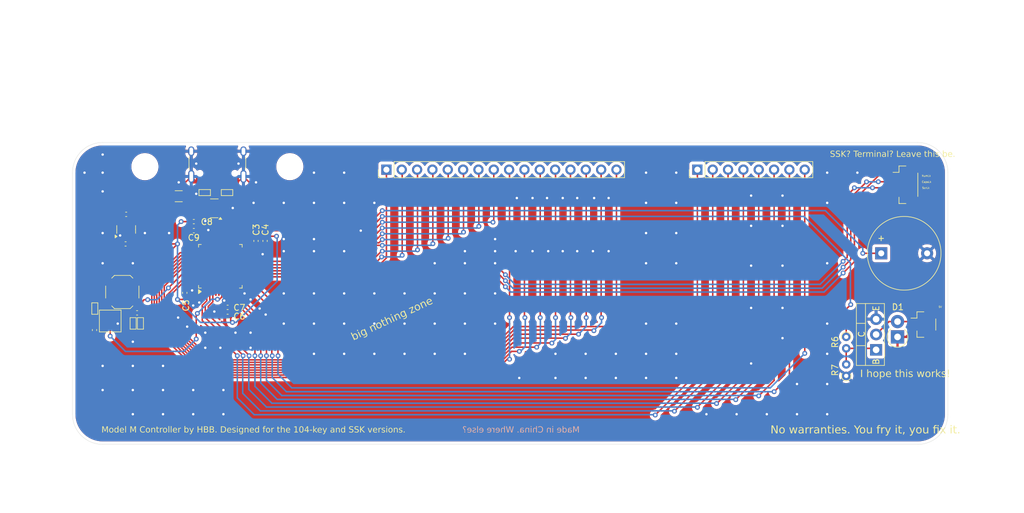
<source format=kicad_pcb>
(kicad_pcb (version 20240108) (generator "pcbnew") (generator_version "8.0")
  (layers (0 "F.Cu" signal) (31 "B.Cu" signal) (34 "B.Paste" user) (35 "F.Paste" user) (36 "B.SilkS" user "B.Silkscreen") (37 "F.SilkS" user "F.Silkscreen") (38 "B.Mask" user) (39 "F.Mask" user) (44 "Edge.Cuts" user))
  (net 0 "")
  (net 1 "Net-(Q1-G)")
  (net 2 "BOOT0")
  (net 3 "+5V")
  (net 4 "GND")
  (net 5 "+3V3")
  (net 6 "NRST")
  (net 7 "Net-(D1-A)")
  (net 8 "D-")
  (net 9 "D+")
  (net 10 "Net-(F1-Pad1)")
  (net 12 "Net-(J1-CC2)")
  (net 13 "Net-(J1-CC1)")
  (net 15 "Col6")
  (net 16 "Col5")
  (net 17 "Col3")
  (net 18 "Col9")
  (net 19 "Col10")
  (net 20 "Col16")
  (net 21 "Col4")
  (net 22 "Col8")
  (net 23 "Col1")
  (net 24 "Col2")
  (net 25 "Col7")
  (net 26 "Col14")
  (net 27 "Col11")
  (net 28 "Col12")
  (net 29 "Col13")
  (net 30 "Col15")
  (net 31 "Row5")
  (net 32 "Row8")
  (net 33 "Row4")
  (net 34 "Row7")
  (net 35 "Row3")
  (net 36 "Row6")
  (net 37 "Row2")
  (net 38 "Row1")
  (net 39 "ScrLk")
  (net 40 "NumLk")
  (net 41 "CapsLk")
  (net 42 "Net-(Q2-B)")
  (net 43 "SOLENOID")
  (net 47 "BUZZER")
  (footprint "Buzzer_Beeper:Buzzer_12x9.5RM7.6" (layer "F.Cu") (at 190.45 94.85)
    (property "Reference" "BZ1" (hide yes))
    (property "Value" "Buzzer" (hide yes))
  )
  (footprint "Diode_THT:D_DO-41_SOD81_P2.54mm_Vertical_AnodeUp" (layer "F.Cu") (at 193.15 108.7 90)
    (property "Reference" "D1")
    (property "Value" "~" (hide yes))
  )
  (footprint "PCM_Package_TO_SOT_THT_AKL:TO-220-3_Vertical_BCE" (layer "F.Cu") (at 189.6 110.84 90)
    (property "Reference" "Q2" (hide yes))
    (property "Value" "~" (hide yes))
  )
  (footprint "Package_QFP:LQFP-48_7x7mm_P0.5mm" (layer "F.Cu") (at 81 97 90)
    (property "Reference" "U2" (hide yes))
    (property "Value" "STM32F072CBT6" (hide yes))
  )
  (footprint "PCM_Resistor_SMD_AKL:R_0402_1005Metric" (layer "F.Cu") (at 67.755 106.465 90)
    (property "Reference" "R3" (hide yes))
    (property "Value" "10K" (hide yes))
  )
  (footprint "Capacitor_SMD:C_0402_1005Metric" (layer "F.Cu") (at 82.2 105.305)
    (property "Reference" "C6")
    (property "Value" "4.7uf" (hide yes))
  )
  (footprint "Connector_JST:JST_SH_BM04B-SRSS-TB_1x04-1MP_P1.00mm_Vertical" (layer "F.Cu") (at 194.5 83.5 -90)
    (property "Reference" "J4" (hide yes))
    (property "Value" "JST SH 4-pin" (hide yes))
  )
  (footprint "Connector_JST:JST_SH_BM02B-SRSS-TB_1x02-1MP_P1.00mm_Vertical" (layer "F.Cu") (at 197.475 106.65 -90)
    (property "Reference" "J5" (hide yes))
    (property "Value" "JST SH 2-pin" (hide yes))
  )
  (footprint "Fuse:Fuse_1206_3216Metric" (layer "F.Cu") (at 74.1 85.4 180)
    (property "Reference" "F1" (hide yes))
    (property "Value" "ASMD1206-050" (hide yes))
  )
  (footprint "PCM_Resistor_SMD_AKL:R_0402_1005Metric" (layer "F.Cu") (at 78.4 84.8 180)
    (property "Reference" "R2" (hide yes))
    (property "Value" "5.1K" (hide yes))
  )
  (footprint "Button_Switch_SMD:SW_Push_1P1T_XKB_TS-1187A" (layer "F.Cu") (at 64.755 101.265)
    (property "Reference" "SW1" (hide yes))
    (property "Value" "TS-1187A-B-A-B" (hide yes))
  )
  (footprint "Capacitor_SMD:C_0402_1005Metric" (layer "F.Cu") (at 76.6 91.1 180)
    (property "Reference" "C9")
    (property "Value" "100nF" (hide yes))
  )
  (footprint "Capacitor_SMD:C_0402_1005Metric" (layer "F.Cu") (at 67.205 104.715)
    (property "Reference" "C1" (hide yes))
    (property "Value" "10uF" (hide yes))
  )
  (footprint "Capacitor_SMD:C_0402_1005Metric" (layer "F.Cu") (at 76.6 89.6 180)
    (property "Reference" "C8")
    (property "Value" "4.7uf" (hide yes))
  )
  (footprint "Capacitor_SMD:C_0402_1005Metric" (layer "F.Cu") (at 60.155 107.565 -90)
    (property "Reference" "C2" (hide yes))
    (property "Value" "1uF" (hide yes))
  )
  (footprint "Capacitor_SMD:C_0402_1005Metric" (layer "F.Cu") (at 86.9 92.8 90)
    (property "Reference" "C3")
    (property "Value" "4.7uF" (hide yes))
  )
  (footprint "Capacitor_SMD:C_0402_1005Metric" (layer "F.Cu") (at 65.4 88.4 180)
    (property "Reference" "C11" (hide yes))
    (property "Value" "1uF" (hide yes))
  )
  (footprint "Resistor_THT:R_Axial_DIN0204_L3.6mm_D1.6mm_P1.90mm_Vertical" (layer "F.Cu") (at 184.65 115.155 90)
    (property "Reference" "R7")
    (property "Value" "~" (hide yes))
  )
  (footprint "Capacitor_SMD:C_0402_1005Metric" (layer "F.Cu") (at 75.1 101.4 -90)
    (property "Reference" "C5")
    (property "Value" "100nF" (hide yes))
  )
  (footprint "Resistor_THT:R_Axial_DIN0204_L3.6mm_D1.6mm_P1.90mm_Vertical" (layer "F.Cu") (at 184.65 108.695 -90)
    (property "Reference" "R6")
    (property "Value" "~" (hide yes))
  )
  (footprint "PCM_Package_TO_SOT_SMD_AKL:SOT-23" (layer "F.Cu") (at 62.755 106.065 -90)
    (property "Reference" "Q1" (hide yes))
    (property "Value" "2N7002" (hide yes))
  )
  (footprint "Capacitor_SMD:C_0402_1005Metric" (layer "F.Cu") (at 88.4 92.8 90)
    (property "Reference" "C4")
    (property "Value" "100nF" (hide yes))
  )
  (footprint "MountingHole:MountingHole_4mm" (layer "F.Cu") (at 92.5 80.5)
    (property "Reference" "H2" (hide yes))
    (property "Value" "MountingHole" (hide yes))
  )
  (footprint "Capacitor_SMD:C_0402_1005Metric" (layer "F.Cu") (at 65.3 93.3)
    (property "Reference" "C10" (hide yes))
    (property "Value" "1uF" (hide yes))
  )
  (footprint "PCM_marbastlib-various:USB_C_Receptacle_HRO_TYPE-C-31-M-12" (layer "F.Cu") (at 80.5 79 180)
    (property "Reference" "J1" (hide yes))
    (property "Value" "USB_C_Receptacle_USB2.0_16P" (hide yes))
  )
  (footprint "PCM_Resistor_SMD_AKL:R_0402_1005Metric" (layer "F.Cu") (at 66.555 106.465 90)
    (property "Reference" "R4" (hide yes))
    (property "Value" "100K" (hide yes))
  )
  (footprint "PCM_Resistor_SMD_AKL:R_0402_1005Metric" (layer "F.Cu") (at 82.1 84.8)
    (property "Reference" "R1" (hide yes))
    (property "Value" "5.1K" (hide yes))
  )
  (footprint "PCM_Resistor_SMD_AKL:R_0402_1005Metric" (layer "F.Cu") (at 60.2 104 90)
    (property "Reference" "R5" (hide yes))
    (property "Value" "33K" (hide yes))
  )
  (footprint "Package_TO_SOT_SMD:SOT-23" (layer "F.Cu") (at 65.4 90.9 90)
    (property "Reference" "U1" (hide yes))
    (property "Value" "XC6206P332MR" (hide yes))
  )
  (footprint "MountingHole:MountingHole_4mm" (layer "F.Cu") (at 68.5 80.5)
    (property "Reference" "H1" (hide yes))
    (property "Value" "MountingHole" (hide yes))
  )
  (footprint "Capacitor_SMD:C_0402_1005Metric" (layer "F.Cu") (at 82.2 103.805)
    (property "Reference" "C7")
    (property "Value" "100nF" (hide yes))
  )
  (footprint "Connector_PinHeader_2.54mm:PinHeader_1x16_P2.54mm_Vertical" (layer "F.Cu") (at 108.5 81 90)
    (property "Reference" "J2" (hide yes))
    (property "Value" "Conn_01x16_Socket" (hide yes))
  )
  (footprint "Package_TO_SOT_SMD:SOT-143" (layer "F.Cu") (at 80 87.4 180)
    (property "Reference" "D2" (hide yes))
    (property "Value" "PRTR5V0U2X" (hide yes))
  )
  (footprint "Connector_PinHeader_2.54mm:PinHeader_1x08_P2.54mm_Vertical" (layer "F.Cu") (at 160 81 90)
    (property "Reference" "J3" (hide yes))
    (property "Value" "Conn_01x08_Socket" (hide yes))
  )
  (gr_arc (start 196.5 76.5) (mid 200.035534 77.964466) (end 201.5 81.5) (stroke (width 0.05)) (layer "Edge.Cuts"))
  (gr_arc (start 61.5 126.5) (mid 57.964466 125.035534) (end 56.5 121.5) (stroke (width 0.05)) (layer "Edge.Cuts"))
  (gr_arc (start 56.5 81.5) (mid 57.964466 77.964466) (end 61.5 76.5) (stroke (width 0.05)) (layer "Edge.Cuts"))
  (gr_line (start 56.5 121.5) (end 56.5 81.5) (stroke (width 0.05)) (layer "Edge.Cuts"))
  (gr_arc (start 201.5 121.5) (mid 200.035534 125.035534) (end 196.5 126.5) (stroke (width 0.05)) (layer "Edge.Cuts"))
  (gr_line (start 201.5 81.5) (end 201.5 121.5) (stroke (width 0.05)) (layer "Edge.Cuts"))
  (gr_line (start 196.5 126.5) (end 61.5 126.5) (stroke (width 0.05)) (layer "Edge.Cuts"))
  (gr_line (start 61.5 76.5) (end 196.5 76.5) (stroke (width 0.05)) (layer "Edge.Cuts"))
  (gr_text "Made in China. Where else?" (at 140.5 124.7 0) (layer "B.SilkS") (effects (font (size 1 1) (thickness 0.1)) (justify left bottom mirror)))
  (gr_text "CapsLk" (at 197.15 83.2 0) (layer "F.SilkS") (effects (font (size 0.3 0.3) (thickness 0.05)) (justify left bottom)))
  (gr_text "NumLk" (at 197.15 82.2 0) (layer "F.SilkS") (effects (font (size 0.3 0.3) (thickness 0.05)) (justify left bottom)))
  (gr_text "5V" (at 199.925 103.9 0) (layer "F.SilkS") (effects (font (size 0.3 0.3) (thickness 0.05)) (justify left bottom)))
  (gr_text "SSK? Terminal? Leave this be.\n" (at 181.95 79.05 0) (layer "F.SilkS") (effects (font (size 1 1) (thickness 0.1)) (justify left bottom)))
  (gr_text "Model M Controller by HBB. Designed for the 104-key and SSK versions." (at 61.3 124.7 0) (layer "F.SilkS") (effects (font (size 1 1) (thickness 0.1)) (justify left bottom)))
  (gr_text "ScrLk" (at 197.2 84.2 0) (layer "F.SilkS") (effects (font (size 0.3 0.3) (thickness 0.05)) (justify left bottom)))
  (gr_text "No warranties. You fry it, you fix it." (at 172.1 124.9 0) (layer "F.SilkS") (effects (font (size 1.3 1.3) (thickness 0.1)) (justify left bottom)))
  (gr_text "big nothing zone" (at 103.1 109.5 25) (layer "F.SilkS") (effects (font (size 1.25 1.25) (thickness 0.1)) (justify left bottom)))
  (gr_text "I hope this works!" (at 186.95 115.55 0) (layer "F.SilkS") (effects (font (size 1.2 1.2) (thickness 0.1)) (justify left bottom)))
  (segment (start 63.705 105.065) (end 64.605 105.965) (width 0.254) (layer "F.Cu") (net 1))
  (segment (start 64.605 105.965) (end 66.545001 105.965) (width 0.254) (layer "F.Cu") (net 1))
  (segment (start 66.725 105.785001) (end 66.555 105.955001) (width 0.254) (layer "F.Cu") (net 1))
  (segment (start 66.725 104.715) (end 66.725 105.785001) (width 0.254) (layer "F.Cu") (net 1))
  (segment (start 76.8375 97.75) (end 75.221122 97.75) (width 0.254) (layer "F.Cu") (net 2))
  (segment (start 68.36 102.535) (end 67.755 103.14) (width 0.254) (layer "F.Cu") (net 2))
  (segment (start 75.221122 97.75) (end 72.386336 100.584786) (width 0.254) (layer "F.Cu") (net 2))
  (segment (start 67.685 104.715) (end 67.685 105.885001) (width 0.254) (layer "F.Cu") (net 2))
  (segment (start 61.755 103.14) (end 67.755 103.14) (width 0.254) (layer "F.Cu") (net 2))
  (segment (start 68.956336 102.535) (end 68.36 102.535) (width 0.254) (layer "F.Cu") (net 2))
  (segment (start 67.755 103.14) (end 67.755 104.645) (width 0.254) (layer "F.Cu") (net 2))
  (via (at 72.386336 100.584786) (size 0.8) (drill 0.4) (layers "F.Cu" "B.Cu") (net 2))
  (via (at 68.956336 102.535) (size 0.8) (drill 0.4) (layers "F.Cu" "B.Cu") (net 2))
  (segment (start 70.47 102.535) (end 72.371122 100.633878) (width 0.254) (layer "B.Cu") (net 2))
  (segment (start 68.956336 102.535) (end 70.47 102.535) (width 0.254) (layer "B.Cu") (net 2))
  (segment (start 72.371122 100.633878) (end 72.371122 100.6) (width 0.254) (layer "B.Cu") (net 2))
  (segment (start 72.371122 100.6) (end 72.386336 100.584786) (width 0.254) (layer "B.Cu") (net 2))
  (segment (start 77.5 86.7) (end 79 88.2) (width 0.381) (layer "F.Cu") (net 3))
  (segment (start 64.4 124.1) (end 59.04 118.74) (width 0.381) (layer "F.Cu") (net 3))
  (segment (start 79 88.2) (end 79 88.35) (width 0.381) (layer "F.Cu") (net 3))
  (segment (start 74 86.7) (end 77.5 86.7) (width 0.381) (layer "F.Cu") (net 3))
  (segment (start 193.15 108.7) (end 193.15 117.55) (width 0.381) (layer "F.Cu") (net 3))
  (segment (start 194.6 108.7) (end 196.15 107.15) (width 0.381) (layer "F.Cu") (net 3))
  (segment (start 65.88 89.4825) (end 65.4 89.9625) (width 0.381) (layer "F.Cu") (net 3))
  (segment (start 65.88 88.4) (end 78.95 88.4) (width 0.381) (layer "F.Cu") (net 3))
  (segment (start 193.15 117.55) (end 186.6 124.1) (width 0.381) (layer "F.Cu") (net 3))
  (segment (start 193.15 108.7) (end 194.6 108.7) (width 0.381) (layer "F.Cu") (net 3))
  (segment (start 62.84 85.4) (end 72.7 85.4) (width 0.381) (layer "F.Cu") (net 3))
  (segment (start 59.04 89.2) (end 62.84 85.4) (width 0.381) (layer "F.Cu") (net 3))
  (segment (start 65.88 88.4) (end 65.88 89.4825) (width 0.381) (layer "F.Cu") (net 3))
  (segment (start 186.6 124.1) (end 64.4 124.1) (width 0.381) (layer "F.Cu") (net 3))
  (segment (start 72.7 85.4) (end 74 86.7) (width 0.381) (layer "F.Cu") (net 3))
  (segment (start 59.04 118.74) (end 59.04 89.2) (width 0.381) (layer "F.Cu") (net 3))
  (segment (start 77.2 84.8) (end 77 85) (width 0.254) (layer "F.Cu") (net 4))
  (segment (start 82.25 88.15) (end 81 88.15) (width 0.254) (layer "F.Cu") (net 4))
  (segment (start 75.1 100.175) (end 75.1 100.625) (width 0.254) (layer "F.Cu") (net 4))
  (segment (start 63.64 106.5) (end 64 106.5) (width 0.254) (layer "F.Cu") (net 4))
  (segment (start 83.905 83.045) (end 84.82 82.13) (width 0.254) (layer "F.Cu") (net 4))
  (segment (start 76.8375 99.25) (end 76.025 99.25) (width 0.254) (layer "F.Cu") (net 4))
  (segment (start 78.75 91.25) (end 78.75 92.8375) (width 0.254) (layer "F.Cu") (net 4))
  (segment (start 77.375 89.6) (end 78.4 89.6) (width 0.254) (layer "F.Cu") (net 4))
  (segment (start 77.89 84.8) (end 77.2 84.8) (width 0.254) (layer "F.Cu") (net 4))
  (segment (start 78.4 89.6) (end 78.5 89.5) (width 0.254) (layer "F.Cu") (net 4))
  (segment (start 78.9 91.1) (end 79 91) (width 0.254) (layer "F.Cu") (net 4))
  (segment (start 75.21 83.1) (end 76.18 82.13) (width 0.254) (layer "F.Cu") (net 4))
  (segment (start 81.75 101.1625) (end 81.75 102.568661) (width 0.254) (layer "F.Cu") (net 4))
  (segment (start 77.375 91.1) (end 78.9 91.1) (width 0.254) (layer "F.Cu") (net 4))
  (segment (start 74.1 83.1) (end 75.21 83.1) (width 0.254) (layer "F.Cu") (net 4))
  (segment (start 86.9 83.1) (end 85.79 83.1) (width 0.254) (layer "F.Cu") (net 4))
  (segment (start 62.205 105.065) (end 63.64 106.5) (width 0.254) (layer "F.Cu") (net 4))
  (segment (start 79 91) (end 78.75 91.25) (width 0.254) (layer "F.Cu") (net 4))
  (segment (start 75.94 100.625) (end 75.1 100.625) (width 0.254) (layer "F.Cu") (net 4))
  (segment (start 85.1625 94.75) (end 87.75 94.75) (width 0.254) (layer "F.Cu") (net 4))
  (segment (start 61.805 105.065) (end 62.205 105.065) (width 0.254) (layer "F.Cu") (net 4))
  (segment (start 85.79 83.1) (end 84.82 82.13) (width 0.254) (layer "F.Cu") (net 4))
  (segment (start 83.05 87.35) (end 82.25 88.15) (width 0.254) (layer "F.Cu") (net 4))
  (segment (start 76.315 101) (end 75.94 100.625) (width 0.254) (layer "F.Cu") (net 4))
  (segment (start 76.025 99.25) (end 75.1 100.175) (width 0.254) (layer "F.Cu") (net 4))
  (segment (start 81.75 102.568661) (end 81.637317 102.681344) (width 0.254) (layer "F.Cu") (net 4))
  (segment (start 76.18 82.13) (end 77.095 83.045) (width 0.254) (layer "F.Cu") (net 4))
  (segment (start 87.75 94.75) (end 88 95) (width 0.254) (layer "F.Cu") (net 4))
  (via (at 61.5 96.5) (size 0.8) (drill 0.4) (layers "F.Cu" "B.Cu") (net 4))
  (via (at 76.5 103.5) (size 0.8) (drill 0.4) (layers "F.Cu" "B.Cu") (net 4))
  (via (at 132.7 94.5) (size 0.8) (drill 0.4) (layers "F.Cu" "B.Cu") (net 4))
  (via (at 181.5 86.5) (size 0.8) (drill 0.4) (layers "F.Cu" "B.Cu") (net 4))
  (via (at 76.315 101) (size 0.8) (drill 0.4) (layers "F.Cu" "B.Cu") (net 4))
  (via (at 81.637317 102.681344) (size 0.8) (drill 0.4) (layers "F.Cu" "B.Cu") (net 4))
  (via (at 77.5 103) (size 0.8) (drill 0.4) (layers "F.Cu" "B.Cu") (net 4))
  (via (at 130.1 85.7) (size 0.8) (drill 0.4) (layers "F.Cu" "B.Cu") (net 4))
  (via (at 176.5 116.5) (size 0.8) (drill 0.4) (layers "F.Cu" "B.Cu") (net 4))
  (via (at 126.5 101.5) (size 0.8) (drill 0.4) (layers "F.Cu" "B.Cu") (net 4))
  (via (at 132.7 85.7) (size 0.8) (drill 0.4) (layers "F.Cu" "B.Cu") (net 4))
  (via (at 104.25 91.1) (size 0.8) (drill 0.4) (layers "F.Cu" "B.Cu") (net 4))
  (via (at 91.5 101.5) (size 0.8) (drill 0.4) (layers "F.Cu" "B.Cu") (net 4))
  (via (at 101.5 101.5) (size 0.8) (drill 0.4) (layers "F.Cu" "B.Cu") (net 4))
  (via (at 61.5 113.5) (size 0.8) (drill 0.4) (layers "F.Cu" "B.Cu") (net 4))
  (via (at 181.5 106.5) (size 0.8) (drill 0.4) (layers "F.Cu" "B.Cu") (net 4))
  (via (at 106.5 101.5) (size 0.8) (drill 0.4) (layers "F.Cu" "B.Cu") (net 4))
  (via (at 145.3 94.5) (size 0.8) (drill 0.4) (layers "F.Cu" "B.Cu") (net 4))
  (via (at 61.5 117.5) (size 0.8) (drill 0.4) (layers "F.Cu" "B.Cu") (net 4))
  (via (at 101.5 106.5) (size 0.8) (drill 0.4) (layers "F.Cu" "B.Cu") (net 4))
  (via (at 156.5 115.5) (size 0.8) (drill 0.4) (layers "F.Cu" "B.Cu") (net 4))
  (via (at 140.1 85.7) (size 0.8) (drill 0.4) (layers "F.Cu" "B.Cu") (net 4))
  (via (at 121.5 94.5) (size 0.8) (drill 0.4) (layers "F.Cu" "B.Cu") (net 4))
  (via (at 81.5 117.5) (size 0.8) (drill 0.4) (layers "F.Cu" "B.Cu") (net 4))
  (via (at 66.5 113.5) (size 0.8) (drill 0.4) (layers "F.Cu" "B.Cu") (net 4))
  (via (at 77 80) (size 0.8) (drill 0.4) (layers "F.Cu" "B.Cu") (net 4))
  (via (at 68.5 91.5) (size 0.8) (drill 0.4) (layers "F.Cu" "B.Cu") (net 4))
  (via (at 141.5 115.5) (size 0.8) (drill 0.4) (layers "F.Cu" "B.Cu") (net 4))
  (via (at 111.5 106.5) (size 0.8) (drill 0.4) (layers "F.Cu" "B.Cu") (net 4))
  (via (at 174.1 96.9) (size 0.8) (drill 0.4) (layers "F.Cu" "B.Cu") (net 4))
  (via (at 101.5 86.5) (size 0.8) (drill 0.4) (layers "F.Cu" "B.Cu") (net 4))
  (via (at 181.5 96.5) (size 0.8) (drill 0.4) (layers "F.Cu" "B.Cu") (net 4))
  (via (at 146.5 115.5) (size 0.8) (drill 0.4) (layers "F.Cu" "B.Cu") (net 4))
  (via (at 181.5 116.5) (size 0.8) (drill 0.4) (layers "F.Cu" "B.Cu") (net 4))
  (via (at 151.5 91.5) (size 0.8) (drill 0.4) (layers "F.Cu" "B.Cu") (net 4))
  (via (at 181.5 111.5) (size 0.8) (drill 0.4) (layers "F.Cu" "B.Cu") (net 4))
  (via (at 171.5 121.5) (size 0.8) (drill 0.4) (layers "F.Cu" "B.Cu") (net 4))
  (via (at 176.5 121.5) (size 0.8) (drill 0.4) (layers "F.Cu" "B.Cu") (net 4))
  (via (at 174.1 85.3) (size 0.8) (drill 0.4) (layers "F.Cu" "B.Cu") (net 4))
  (via (at 111.5 101.5) (size 0.8) (drill 0.4) (layers "F.Cu" "B.Cu") (net 4))
  (via (at 174.1 108.9) (size 0.8) (drill 0.4) (layers "F.Cu" "B.Cu") (net 4))
  (via (at 74.1 83.1) (size 0.8) (drill 0.4) (layers "F.Cu" "B.Cu") (net 4))
  (via (at 137.7 94.5) (size 0.8) (drill 0.4) (layers "F.Cu" "B.Cu") (net 4))
  (via (at 156.5 86.5) (size 0.8) (drill 0.4) (layers "F.Cu" "B.Cu") (net 4))
  (via (at 66.5 96.5) (size 0.8) (drill 0.4) (layers "F.Cu" "B.Cu") (net 4))
  (via (at 76.5 117.5) (size 0.8) (drill 0.4) (layers "F.Cu" "B.Cu") (net 4))
  (via (at 121.5 106.5) (size 0.8) (drill 0.4) (layers "F.Cu" "B.Cu") (net 4))
  (via (at 91.5 86.5) (size 0.8) (drill 0.4) (layers "F.Cu" "B.Cu") (net 4))
  (via (at 145.3 85.7) (size 0.8) (drill 0.4) (layers "F.Cu" "B.Cu") (net 4))
  (via (at 74 105.5) (size 0.8) (drill 0.4) (layers "F.Cu" "B.Cu") (net 4))
  (via (at 142.7 94.5) (size 0.8) (drill 0.4) (layers "F.Cu" "B.Cu") (net 4))
  (via (at 96.5 111.5) (size 0.8) (drill 0.4) (layers "F.Cu" "B.Cu") (net 4))
  (via (at 135.1 85.7) (size 0.8) (drill 0.4) (layers "F.Cu" "B.Cu") (net 4))
  (via (at 116.5 111.5) (size 0.8) (drill 0.4) (layers "F.Cu" "B.Cu") (net 4))
  (via (at 66.5 117.5) (size 0.8) (drill 0.4) (layers "F.Cu" "B.Cu") (net 4))
  (via (at 121.5 96.5) (size 0.8) (drill 0.4) (layers "F.Cu" "B.Cu") (net 4))
  (via (at 137.7 85.7) (size 0.8) (drill 0.4) (layers "F.Cu" "B.Cu") (net 4))
  (via (at 141.5 111.5) (size 0.8) (drill 0.4) (layers "F.Cu" "B.Cu") (net 4))
  (via (at 126.5 96.5) (size 0.8) (drill 0.4) (layers "F.Cu" "B.Cu") (net 4))
  (via (at 156.5 96.5) (size 0.8) (drill 0.4) (layers "F.Cu" "B.Cu") (net 4))
  (via (at 126.5 92.5) (size 0.8) (drill 0.4) (layers "F.Cu" "B.Cu") (net 4))
  (via (at 101.5 81.5) (size 0.8) (drill 0.4) (layers "F.Cu" "B.Cu") (net 4))
  (via (at 135.3 94.5) (size 0.8) (drill 0.4) (layers "F.Cu" "B.Cu") (net 4))
  (via (at 86 108) (size 0.8) (drill 0.4) (layers "F.Cu" "B.Cu") (net 4))
  (via (at 181.5 81.5) (size 0.8) (drill 0.4) (layers "F.Cu" "B.Cu") (net 4))
  (via (at 156.5 111.5) (size 0.8) (drill 0.4) (layers "F.Cu" "B.Cu") (net 4))
  (via (at 66.5 109.5) (size 0.8) (drill 0.4) (layers "F.Cu" "B.Cu") (net 4))
  (via (at 79 91) (size 0.8) (drill 0.4) (layers "F.Cu" "B.Cu") (net 4))
  (via (at 64.4 91.9) (size 0.8) (drill 0.4) (layers "F.Cu" "B.Cu") (net 4))
  (via (at 111.5 111.5) (size 0.8) (drill 0.4) (layers "F.Cu" "B.Cu") (net 4))
  (via (at 78.5 108) (size 0.8) (drill 0.4) (layers "F.Cu" "B.Cu") (net 4))
  (via (at 72.5 91.5) (size 0.8) (drill 0.4) (layers "F.Cu" "B.Cu") (net 4))
  (via (at 86 110.5) (size 0.8) (drill 0.4) (layers "F.Cu" "B.Cu") (net 4))
  (via (at 83.5 108) (size 0.8) (drill 0.4) (layers "F.Cu" "B.Cu") (net 4))
  (via (at 166.5 121.5) (size 0.8) (drill 0.4) (layers "F.Cu" "B.Cu") (net 4))
  (via (at 81 110.5) (size 0.8) (drill 0.4) (layers "F.Cu" "B.Cu") (net 4))
  (via (at 78.5 110.5) (size 0.8) (drill 0.4) (layers "F.Cu" "B.Cu") (net 4))
  (via (at 96.5 101.5) (size 0.8) (drill 0.4) (layers "F.Cu" "B.Cu") (net 4))
  (via (at 116.5 106.5) (size 0.8) (drill 0.4) (layers "F.Cu" "B.Cu") (net 4))
  (via (at 121.5 101.5) (size 0.8) (drill 0.4) (layers "F.Cu" "B.Cu") (net 4))
  (via (at 87.5 104) (size 0.8) (drill 0.4) (layers "F.Cu" "B.Cu") (net 4))
  (via (at 96.5 86.5) (size 0.8) (drill 0.4) (layers "F.Cu" "B.Cu") (net 4))
  (via (at 91.5 106.5) (size 0.8) (drill 0.4) (layers "F.Cu" "B.Cu") (net 4))
  (via (at 96.5 94.5) (size 0.8) (drill 0.4) (layers "F.Cu" "B.Cu") (net 4))
  (via (at 58.5 81.5) (size 0.8) (drill 0.4) (layers "F.Cu" "B.Cu") (net 4))
  (via (at 85 101.5) (size 0.8) (drill 0.4) (layers "F.Cu" "B.Cu") (net 4))
  (via (at 151.5 106.5) (size 0.8) (drill 0.4) (layers "F.Cu" "B.Cu") (net 4))
  (via (at 86.9 83.1) (size 0.8) (drill 0.4) (layers "F.Cu" "B.Cu") (net 4))
  (via (at 96.5 92.5) (size 0.8) (drill 0.4) (layers "F.Cu" "B.Cu") (net 4))
  (via (at 61.5 84.6) (size 0.8) (drill 0.4) (layers "F.Cu" "B.Cu") (net 4))
  (via (at 61.5 78.5) (size 0.8) (drill 0.4) (layers "F.Cu" "B.Cu") (net 4))
  (via (at 75.5 107) (size 0.8) (drill 0.4) (layers "F.Cu" "B.Cu") (net 4))
  (via (at 168.9 103.9) (size 0.8) (drill 0.4) (layers "F.Cu" "B.Cu") (net 4))
  (via (at 91.5 94.5) (size 0.8) (drill 0.4) (layers "F.Cu" "B.Cu") (net 4))
  (via (at 156.5 91.5) (size 0.8) (drill 0.4) (layers "F.Cu" "B.Cu") (net 4))
  (via (at 130.5 115.5) (size 0.8) (drill 0.4) (layers "F.Cu" "B.Cu") (net 4))
  (via (at 88.5 105) (size 0.8) (drill 0.4) (layers "F.Cu" "B.Cu") (net 4))
  (via (at 61.5 91.5) (size 0.8) (drill 0.4) (layers "F.Cu" "B.Cu") (net 4))
  (via (at 84 80) (size 0.8) (drill 0.4) (layers "F.Cu" "B.Cu") (net 4))
  (via (at 129.9 94.5) (size 0.8) (drill 0.4) (layers "F.Cu" "B.Cu") (net 4))
  (via (at 168.9 85.3) (size 0.8) (drill 0.4) (layers "F.Cu" "B.Cu") (net 4))
  (via (at 116.5 96.5) (size 0.8) (drill 0.4) (layers "F.Cu" "B.Cu") (net 4))
  (via (at 174.1 103.9) (size 0.8) (drill 0.4) (layers "F.Cu" "B.Cu") (net 4))
  (via (at 116.5 101.5) (size 0.8) (drill 0.4) (layers "F.Cu" "B.Cu") (net 4))
  (via (at 71.5 117.5) (size 0.8) (drill 0.4) (layers "F.Cu" "B.Cu") (net 4))
  (via (at 142.9 85.7) (size 0.8) (drill 0.4) (layers "F.Cu" "B.Cu") (net 4))
  (via (at 136.5 115.5) (size 0.8) (drill 0.4) (layers "F.Cu" "B.Cu") (net 4))
  (via (at 168.9 90.3) (size 0.8) (drill 0.4) (layers "F.Cu" "B.Cu") (net 4))
  (via (at 96.5 106.5) (size 0.8) (drill 0.4) (layers "F.Cu" "B.Cu") (net 4))
  (via (at 140.1 94.5) (size 0.8) (drill 0.4) (layers "F.Cu" "B.Cu") (net 4))
  (via (at 106.5 86.5) (size 0.8) (drill 0.4) (layers "F.Cu" "B.Cu") (net 4))
  (via (at 64 106.5) (size 0.8) (drill 0.4) (layers "F.Cu" "B.Cu") (net 4))
  (via (at 66.5 121.5) (size 0.8) (drill 0.4) (layers "F.Cu" "B.Cu") (net 4))
  (via (at 71.5 113.5) (size 0.8) (drill 0.4) (layers "F.Cu" "B.Cu") (net 4))
  (via (at 168.9 113.1) (size 0.8) (drill 0.4) (layers "F.Cu" "B.Cu") (net 4))
  (via (at 168.9 96.9) (size 0.8) (drill 0.4) (layers "F.Cu" "B.Cu") (net 4))
  (via (at 86.5 86.5) (size 0.8) (drill 0.4) (layers "F.Cu" "B.Cu") (net 4))
  (via (at 83.05 87.35) (size 0.8) (drill 0.4) (layers "F.Cu" "B.Cu") (net 4))
  (via (at 121.5 111.5) (size 0.8) (drill 0.4) (layers "F.Cu" "B.Cu") (net 4))
  (via (at 151.5 115.5) (size 0.8) (drill 0.4) (layers "F.Cu" "B.Cu") (net 4))
  (via (at 156.5 81.5) (size 0.8) (drill 0.4) (layers "F.Cu" "B.Cu") (net 4))
  (via (at 86 102.5) (size 0.8) (drill 0.4) (layers "F.Cu" "B.Cu") (net 4))
  (via (at 101.5 111.5) (size 0.8) (drill 0.4) (layers "F.Cu" "B.Cu") (net 4))
  (via (at 151.5 111.5) (size 0.8) (drill 0.4) (layers "F.Cu" "B.Cu") (net 4))
  (via (at 151.5 81.5) (size 0.8) (drill 0.4) (layers "F.Cu" "B.Cu") (net 4))
  (via (at 136.5 111.5) (size 0.8) (drill 0.4) (layers "F.Cu" "B.Cu") (net 4))
  (via (at 146.5 111.5) (size 0.8) (drill 0.4) (layers "F.Cu" "B.Cu") (net 4))
  (via (at 126.5 94.5) (size 0.8) (drill 0.4) (layers "F.Cu" "B.Cu") (net 4))
  (via (at 81.5 121.5) (size 0.8) (drill 0.4) (layers "F.Cu" "B.Cu") (net 4))
  (via (at 151.5 86.5) (size 0.8) (drill 0.4) (layers "F.Cu" "B.Cu") (net 4))
  (via (at 106.5 106.5) (size 0.8) (drill 0.4) (layers "F.Cu" "B.Cu") (net 4))
  (via (at 174.1 90.3) (size 0.8) (drill 0.4) (layers "F.Cu" "B.Cu") (net 4))
  (via (at 181.5 121.5) (size 0.8) (drill 0.4) (layers "F.Cu" "B.Cu") (net 4))
  (via (at 161.5 121.5) (size 0.8) (drill 0.4) (layers "F.Cu" "B.Cu") (net 4))
  (via (at 71.5 121.5) (size 0.8) (drill 0.4) (layers "F.Cu" "B.Cu") (net 4))
  (via (at 186.5 81.5) (size 0.8) (drill 0.4) (layers "F.Cu" "B.Cu") (net 4))
  (via (at 78.5 89.5) (size 0.8) (drill 0.4) (layers "F.Cu" "B.Cu") (net 4))
  (via (at 96.5 81.5) (size 0.8) (drill 0.4) (layers "F.Cu" "B.Cu") (net 4))
  (via (at 76.5 121.5) (size 0.8) (drill 0.4) (layers "F.Cu" "B.Cu") (net 4))
  (via (at 101.5 94.5) (size 0.8) (drill 0.4) (layers "F.Cu" "B.Cu") (net 4))
  (via (at 156.5 106.5) (size 0.8) (drill 0.4) (layers "F.Cu" "B.Cu") (net 4))
  (via (at 80 104.5) (size 0.8) (drill 0.4) (layers "F.Cu" "B.Cu") (net 4))
  (via (at 126.5 106.5) (size 0.8) (drill 0.4) (layers "F.Cu" "B.Cu") (net 4))
  (via (at 61.5 81.5) (size 0.8) (drill 0.4) (layers "F.Cu" "B.Cu") (net 4))
  (via (at 106.5 111.5) (size 0.8) (drill 0.4) (layers "F.Cu" "B.Cu") (net 4))
  (via (at 91.5 92.5) (size 0.8) (drill 0.4) (layers "F.Cu" "B.Cu") (net 4))
  (via (at 151.5 96.5) (size 0.8) (drill 0.4) (layers "F.Cu" "B.Cu") (net 4))
  (via (at 88 95) (size 0.8) (drill 0.4) (layers "F.Cu" "B.Cu") (net 4))
  (via (at 77 85) (size 0.8) (drill 0.4) (layers "F.Cu" "B.Cu") (net 4))
  (segment (start 76.18 77.95) (end 84.82 77.95) (width 0.381) (layer "B.Cu") (net 4))
  (segment (start 76.18 77.95) (end 76.18 82.13) (width 0.381) (layer "B.Cu") (net 4))
  (segment (start 84.82 77.95) (end 84.82 82.13) (width 0.381) (layer "B.Cu") (net 4))
  (segment (start 76.325 102.175) (end 75.1 102.175) (width 0.254) (layer "F.Cu") (net 5))
  (segment (start 86.9 92.025) (end 88.4 92.025) (width 0.254) (layer "F.Cu") (net 5))
  (segment (start 77.5625 92.8375) (end 75.825 91.1) (width 0.254) (layer "F.Cu") (net 5))
  (segment (start 61.755 99.39) (end 67.755 99.39) (width 0.254) (layer "F.Cu") (net 5))
  (segment (start 82.249999 102.374999) (end 82.7 102.825) (width 0.254) (layer "F.Cu") (net 5))
  (segment (start 66.35 91.8375) (end 66.35 92.73) (width 0.254) (layer "F.Cu") (net 5))
  (segment (start 82.7 106) (end 83 106.3) (width 0.254) (layer "F.Cu") (net 5))
  (segment (start 78.25 92.8375) (end 77.5625 92.8375) (width 0.254) (layer "F.Cu") (net 5))
  (segment (start 90.3 92.025) (end 88.4 92.025) (width 0.254) (layer "F.Cu") (net 5))
  (segment (start 61.755 99.39) (end 60.2 100.945) (width 0.254) (layer "F.Cu") (net 5))
  (segment (start 73.9 93.3) (end 65.78 93.3) (width 0.254) (layer "F.Cu") (net 5))
  (segment (start 76.8375 99.75) (end 77 99.9125) (width 0.254) (layer "F.Cu") (net 5))
  (segment (start 77 101.5) (end 76.325 102.175) (width 0.254) (layer "F.Cu") (net 5))
  (segment (start 60.2 100.945) (end 60.2 103.490001) (width 0.254) (layer "F.Cu") (net 5))
  (segment (start 73.9 102.5) (end 74.775 102.5) (width 0.254) (layer "F.Cu") (net 5))
  (segment (start 77 99.9125) (end 77 101.5) (width 0.254) (layer "F.Cu") (net 5))
  (segment (start 74.775 102.5) (end 75.1 102.175) (width 0.254) (layer "F.Cu") (net 5))
  (segment (start 85.1625 94.25) (end 85.1625 93.7625) (width 0.254) (layer "F.Cu") (net 5))
  (segment (start 74.5 89.6) (end 75.825 89.6) (width 0.254) (layer "F.Cu") (net 5))
  (segment (start 82.249999 101.1625) (end 82.249999 102.374999) (width 0.254) (layer "F.Cu") (net 5))
  (segment (start 85.1625 93.7625) (end 86.9 92.025) (width 0.254) (layer "F.Cu") (net 5))
  (segment (start 66.35 92.73) (end 65.78 93.3) (width 0.254) (layer "F.Cu") (net 5))
  (segment (start 67.81 99.39) (end 73.9 93.3) (width 0.254) (layer "F.Cu") (net 5))
  (segment (start 75.825 89.6) (end 75.825 91.1) (width 0.254) (layer "F.Cu") (net 5))
  (segment (start 82.7 102.825) (end 82.7 106) (width 0.254) (layer "F.Cu") (net 5))
  (via (at 90.3 92.025) (size 0.8) (drill 0.4) (layers "F.Cu" "B.Cu") (net 5))
  (via (at 73.9 93.3) (size 0.8) (drill 0.4) (layers "F.Cu" "B.Cu") (net 5))
  (via (at 73.9 102.5) (size 0.8) (drill 0.4) (layers "F.Cu" "B.Cu") (net 5))
  (via (at 74.5 89.6) (size 0.8) (drill 0.4) (layers "F.Cu" "B.Cu") (net 5))
  (via (at 83 106.3) (size 0.8) (drill 0.4) (layers "F.Cu" "B.Cu") (net 5))
  (segment (start 90.4 99.5) (end 83.6 106.3) (width 0.254) (layer "B.Cu") (net 5))
  (segment (start 90.4 92.125) (end 90.4 99.5) (width 0.254) (layer "B.Cu") (net 5))
  (segment (start 77.7 106.3) (end 83 106.3) (width 0.254) (layer "B.Cu") (net 5))
  (segment (start 90.3 92.025) (end 90.4 92.125) (width 0.254) (layer "B.Cu") (net 5))
  (segment (start 73.9 93.3) (end 73.9 102.5) (width 0.254) (layer "B.Cu") (net 5))
  (segment (start 73.9 102.5) (end 77.7 106.3) (width 0.254) (layer "B.Cu") (net 5))
  (segment (start 73.9 93.3) (end 73.9 90.2) (width 0.254) (layer "B.Cu") (net 5))
  (segment (start 73.9 90.2) (end 74.5 89.6) (width 0.254) (layer "B.Cu") (net 5))
  (segment (start 83.6 106.3) (end 83 106.3) (width 0.254) (layer "B.Cu") (net 5))
  (segment (start 77 109.045326) (end 77 105) (width 0.254) (layer "F.Cu") (net 6))
  (segment (start 62.755 108.555001) (end 62.755 107.065) (width 0.254) (layer "F.Cu") (net 6))
  (segment (start 81.25 102.072516) (end 80.85928 102.463236) (width 0.254) (layer "F.Cu") (net 6))
  (segment (start 62.745001 108.565) (end 62.755 108.555001) (width 0.254) (layer "F.Cu") (net 6))
  (segment (start 81.25 101.1625) (end 81.25 102.072516) (width 0.254) (layer "F.Cu") (net 6))
  (segment (start 60.2 104.509999) (end 60.2 107.04) (width 0.254) (layer "F.Cu") (net 6))
  (segment (start 60.155 107.085) (end 62.735 107.085) (width 0.254) (layer "F.Cu") (net 6))
  (segment (start 77 105) (end 77.184369 104.815631) (width 0.254) (layer "F.Cu") (net 6))
  (segment (start 80.85928 102.463236) (end 80.516908 102.463236) (width 0.254) (layer "F.Cu") (net 6))
  (via (at 80.516908 102.463236) (size 0.8) (drill 0.4) (layers "F.Cu" "B.Cu") (net 6))
  (via (at 77.184369 104.815631) (size 0.8) (drill 0.4) (layers "F.Cu" "B.Cu") (net 6))
  (via (at 62.745001 108.565) (size 0.8) (drill 0.4) (layers "F.Cu" "B.Cu") (net 6))
  (via (at 77 109.045326) (size 0.8) (drill 0.4) (layers "F.Cu" "B.Cu") (net 6))
  (segment (start 77 109.045326) (end 74.947663 111.097663) (width 0.254) (layer "B.Cu") (net 6))
  (segment (start 65.277664 111.097663) (end 62.745001 108.565) (width 0.254) (layer "B.Cu") (net 6))
  (segment (start 77.184369 104.815631) (end 79.536764 102.463236) (width 0.254) (layer "B.Cu") (net 6))
  (segment (start 74.947663 111.097663) (end 65.277664 111.097663) (width 0.254) (layer "B.Cu") (net 6))
  (segment (start 79.536764 102.463236) (end 80.516908 102.463236) (width 0.254) (layer "B.Cu") (net 6))
  (segment (start 191.74 106.16) (end 189.6 108.3) (width 0.254) (layer "F.Cu") (net 7))
  (segment (start 193.15 106.16) (end 191.74 106.16) (width 0.254) (layer "F.Cu") (net 7))
  (segment (start 193.15 106.16) (end 196.14 106.16) (width 0.254) (layer "F.Cu") (net 7))
  (segment (start 195.651132 106.15) (end 196.15 106.15) (width 0.254) (layer "F.Cu") (net 7))
  (segment (start 196.14 106.16) (end 196.15 106.15) (width 0.254) (layer "F.Cu") (net 7))
  (segment (start 81 85.924999) (end 81 86.45) (width 0.2) (layer "F.Cu") (net 8))
  (segment (start 81 86.45) (end 81 86.975001) (width 0.2) (layer "F.Cu") (net 8))
  (segment (start 80.225 85.149999) (end 81 85.924999) (width 0.2) (layer "F.Cu") (net 8))
  (segment (start 81.192 84.028) (end 81.25 83.97) (width 0.2) (layer "F.Cu") (net 8))
  (segment (start 80.225 87.750001) (end 80.225 91.706249) (width 0.2) (layer "F.Cu") (net 8))
  (segment (start 81.25 83.97) (end 81.25 83.045) (width 0.2) (layer "F.Cu") (net 8))
  (segment (start 80.225 84.157501) (end 80.225 85.149999) (width 0.2) (layer "F.Cu") (net 8))
  (segment (start 80.25 83.97) (end 80.308 84.028) (width 0.2) (layer "F.Cu") (net 8))
  (segment (start 80.225 91.706249) (end 80.25 91.731249) (width 0.2) (layer "F.Cu") (net 8))
  (segment (start 80.25 84.132501) (end 80.225 84.157501) (width 0.2) (layer "F.Cu") (net 8))
  (segment (start 80.25 83.045) (end 80.25 84.132501) (width 0.2) (layer "F.Cu") (net 8))
  (segment (start 80.25 91.731249) (end 80.25 92.8375) (width 0.2) (layer "F.Cu") (net 8))
  (segment (start 80.308 84.028) (end 81.192 84.028) (width 0.2) (layer "F.Cu") (net 8))
  (segment (start 81 86.975001) (end 80.225 87.750001) (width 0.2) (layer "F.Cu") (net 8))
  (segment (start 80.25 83.045) (end 80.25 83.97) (width 0.2) (layer "F.Cu") (net 8))
  (segment (start 79.775 84.157501) (end 79.775 85.149999) (width 0.2) (layer "F.Cu") (net 9))
  (segment (start 80.692 82.062) (end 80.75 82.12) (width 0.2) (layer "F.Cu") (net 9))
  (segment (start 79.775001 91.706249) (end 79.750001 91.731249) (width 0.2) (layer "F.Cu") (net 9))
  (segment (start 79.775 85.149999) (end 79 85.924999) (width 0.2) (layer "F.Cu") (net 9))
  (segment (start 79.75 83.045) (end 79.75 82.12) (width 0.2) (layer "F.Cu") (net 9))
  (segment (start 79.750001 91.731249) (end 79.750001 92.8375) (width 0.2) (layer "F.Cu") (net 9))
  (segment (start 79.75 83.045) (end 79.75 84.132501) (width 0.2) (layer "F.Cu") (net 9))
  (segment (start 79.775001 87.750002) (end 79.775001 91.706249) (width 0.2) (layer "F.Cu") (net 9))
  (segment (start 79 85.924999) (end 79 86.45) (width 0.2) (layer "F.Cu") (net 9))
  (segment (start 79 86.975001) (end 79.775001 87.750002) (width 0.2) (layer "F.Cu") (net 9))
  (segment (start 80.75 82.12) (end 80.75 83.045) (width 0.2) (layer "F.Cu") (net 9))
  (segment (start 79 86.45) (end 79 86.975001) (width 0.2) (layer "F.Cu") (net 9))
  (segment (start 79.75 82.12) (end 79.808 82.062) (width 0.2) (layer "F.Cu") (net 9))
  (segment (start 79.808 82.062) (end 80.692 82.062) (width 0.2) (layer "F.Cu") (net 9))
  (segment (start 79.75 84.132501) (end 79.775 84.157501) (width 0.2) (layer "F.Cu") (net 9))
  (segment (start 82.95 82.3) (end 82.95 83.045) (width 0.254) (layer "F.Cu") (net 10))
  (segment (start 79.85 80.5) (end 81.15 80.5) (width 0.254) (layer "F.Cu") (net 10))
  (segment (start 78.05 84.024) (end 77.974 84.1) (width 0.254) (layer "F.Cu") (net 10))
  (segment (start 75.925 84.1) (end 75.5 84.525) (width 0.254) (layer "F.Cu") (net 10))
  (segment (start 81.15 80.5) (end 82.95 82.3) (width 0.254) (layer "F.Cu") (net 10))
  (segment (start 75.5 84.525) (end 75.5 85.4) (width 0.254) (layer "F.Cu") (net 10))
  (segment (start 77.974 84.1) (end 75.925 84.1) (width 0.254) (layer "F.Cu") (net 10))
  (segment (start 78.05 83.045) (end 78.05 84.024) (width 0.254) (layer "F.Cu") (net 10))
  (segment (start 78.05 82.3) (end 79.85 80.5) (width 0.254) (layer "F.Cu") (net 10))
  (segment (start 78.75 83.045) (end 78.75 84.64) (width 0.254) (layer "F.Cu") (net 12))
  (segment (start 78.75 84.64) (end 78.91 84.8) (width 0.254) (layer "F.Cu") (net 12))
  (segment (start 81.75 84.64) (end 81.75 83.045) (width 0.254) (layer "F.Cu") (net 13))
  (segment (start 81.59 84.8) (end 81.75 84.64) (width 0.254) (layer "F.Cu") (net 13))
  (segment (start 107.531263 91.890103) (end 107.13 92.291366) (width 0.254) (layer "F.Cu") (net 15))
  (segment (start 102.449418 92.709106) (end 100.021312 90.281) (width 0.254) (layer "F.Cu") (net 15))
  (segment (start 107.13 92.3021) (end 106.722994 92.709106) (width 0.254) (layer "F.Cu") (net 15))
  (segment (start 107.13 92.291366) (end 107.13 92.3021) (width 0.254) (layer "F.Cu") (net 15))
  (segment (start 82.75 90.75) (end 82.75 92.8375) (width 0.254) (layer "F.Cu") (net 15))
  (segment (start 121.27 91.344216) (end 121.27 81.07) (width 0.254) (layer "F.Cu") (net 15))
  (segment (start 107.815 91.6171) (end 107.541997 91.890103) (width 0.254) (layer "F.Cu") (net 15))
  (segment (start 83.219 90.281) (end 82.75 90.75) (width 0.254) (layer "F.Cu") (net 15))
  (segment (start 107.541997 91.890103) (end 107.531263 91.890103) (width 0.254) (layer "F.Cu") (net 15))
  (segment (start 100.021312 90.281) (end 83.219 90.281) (width 0.254) (layer "F.Cu") (net 15))
  (segment (start 106.722994 92.709106) (end 102.449418 92.709106) (width 0.254) (layer "F.Cu") (net 15))
  (via (at 121.27 91.344216) (size 0.8) (drill 0.4) (layers "F.Cu" "B.Cu") (net 15))
  (via (at 107.815 91.6171) (size 0.8) (drill 0.4) (layers "F.Cu" "B.Cu") (net 15))
  (segment (start 107.815 91.6171) (end 120.997116 91.6171) (width 0.254) (layer "B.Cu") (net 15))
  (segment (start 120.997116 91.6171) (end 121.27 91.344216) (width 0.254) (layer "B.Cu") (net 15))
  (segment (start 107.258263 93.121106) (end 102.278762 93.121106) (width 0.254) (layer "F.Cu") (net 16))
  (segment (start 107.541997 92.848106) (end 107.531263 92.848106) (width 0.254) (layer "F.Cu") (net 16))
  (segment (start 83.607 90.693) (end 83.25 91.05) (width 0.254) (layer "F.Cu") (net 16))
  (segment (start 102.278762 93.121106) (end 99.850656 90.693) (width 0.254) (layer "F.Cu") (net 16))
  (segment (start 107.815 92.575103) (end 107.541997 92.848106) (width 0.254) (layer "F.Cu") (net 16))
  (segment (start 107.531263 92.848106) (end 107.258263 93.121106) (width 0.254) (layer "F.Cu") (net 16))
  (segment (start 118.73 92.375) (end 118.73 81.07) (width 0.254) (layer "F.Cu") (net 16))
  (segment (start 99.850656 90.693) (end 83.607 90.693) (width 0.254) (layer "F.Cu") (net 16))
  (segment (start 83.25 91.05) (end 83.25 92.8375) (width 0.254) (layer "F.Cu") (net 16))
  (via (at 107.815 92.575103) (size 0.8) (drill 0.4) (layers "F.Cu" "B.Cu") (net 16))
  (via (at 118.73 92.375) (size 0.8) (drill 0.4) (layers "F.Cu" "B.Cu") (net 16))
  (segment (start 118.529897 92.575103) (end 118.73 92.375) (width 0.254) (layer "B.Cu") (net 16))
  (segment (start 107.815 92.575103) (end 118.529897 92.575103) (width 0.254) (layer "B.Cu") (net 16))
  (segment (start 113.65 94.28) (end 113.65 81.07) (width 0.254) (layer "F.Cu") (net 17))
  (segment (start 107.691417 94.491108) (end 107.815001 94.491108) (width 0.254) (layer "F.Cu") (net 17))
  (segment (start 105.997525 96.185) (end 107.691417 94.491108) (width 0.254) (layer "F.Cu") (net 17))
  (segment (start 85.911195 95.750001) (end 85.1625 95.750001) (width 0.254) (layer "F.Cu") (net 17))
  (segment (start 86.346194 96.185) (end 85.911195 95.750001) (width 0.254) (layer "F.Cu") (net 17))
  (segment (start 105.997525 96.185) (end 86.346194 96.185) (width 0.254) (layer "F.Cu") (net 17))
  (via (at 107.815001 94.491108) (size 0.8) (drill 0.4) (layers "F.Cu" "B.Cu") (net 17))
  (via (at 113.65 94.28) (size 0.8) (drill 0.4) (layers "F.Cu" "B.Cu") (net 17))
  (segment (start 107.815001 94.491108) (end 113.438892 94.491108) (width 0.254) (layer "B.Cu") (net 17))
  (segment (start 113.438892 94.491108) (end 113.65 94.28) (width 0.254) (layer "B.Cu") (net 17))
  (segment (start 128.891869 112.391869) (end 128.505787 112.391869) (width 0.254) (layer "F.Cu") (net 18))
  (segment (start 69.641336 106.786336) (end 69.641336 99.447769) (width 0.254) (layer "F.Cu") (net 18))
  (segment (start 78.279 115.424) (end 69.641336 106.786336) (width 0.254) (layer "F.Cu") (net 18))
  (segment (start 125.473656 115.424) (end 78.279 115.424) (width 0.254) (layer "F.Cu") (net 18))
  (segment (start 74.339105 94.75) (end 76.8375 94.75) (width 0.254) (layer "F.Cu") (net 18))
  (segment (start 69.641336 99.447769) (end 74.339105 94.75) (width 0.254) (layer "F.Cu") (net 18))
  (segment (start 128.505787 112.391869) (end 125.473656 115.424) (width 0.254) (layer "F.Cu") (net 18))
  (segment (start 128.89 105.5) (end 128.89 81.07) (width 0.254) (layer "F.Cu") (net 18))
  (via (at 128.891869 112.391869) (size 0.8) (drill 0.4) (layers "F.Cu" "B.Cu") (net 18))
  (via (at 128.89 105.5) (size 0.8) (drill 0.4) (layers "F.Cu" "B.Cu") (net 18))
  (segment (start 128.891869 110.841869) (end 128.89 110.84) (width 0.254) (layer "B.Cu") (net 18))
  (segment (start 128.891869 112.391869) (end 128.891869 110.841869) (width 0.254) (layer "B.Cu") (net 18))
  (segment (start 128.89 110.84) (end 128.89 105.5) (width 0.254) (layer "B.Cu") (net 18))
  (segment (start 130.5 111.1) (end 129.215 111.1) (width 0.254) (layer "F.Cu") (net 19))
  (segment (start 125.303 115.012) (end 78.502 115.012) (width 0.254) (layer "F.Cu") (net 19))
  (segment (start 70.053336 99.618425) (end 74.421761 95.25) (width 0.254) (layer "F.Cu") (net 19))
  (segment (start 129.215 111.1) (end 125.303 115.012) (width 0.254) (layer "F.Cu") (net 19))
  (segment (start 131.43 105.5) (end 131.36 105.43) (width 0.254) (layer "F.Cu") (net 19))
  (segment (start 131.36 105.43) (end 131.36 81) (width 0.254) (layer "F.Cu") (net 19))
  (segment (start 70.053336 106.563336) (end 70.053336 99.618425) (width 0.254) (layer "F.Cu") (net 19))
  (segment (start 78.502 115.012) (end 70.053336 106.563336) (width 0.254) (layer "F.Cu") (net 19))
  (segment (start 74.421761 95.25) (end 76.8375 95.25) (width 0.254) (layer "F.Cu") (net 19))
  (segment (start 130.515 111.085) (end 130.5 111.1) (width 0.254) (layer "F.Cu") (net 19))
  (via (at 130.515 111.085) (size 0.8) (drill 0.4) (layers "F.Cu" "B.Cu") (net 19))
  (via (at 131.43 105.5) (size 0.8) (drill 0.4) (layers "F.Cu" "B.Cu") (net 19))
  (segment (start 130.715 111.085) (end 131.5 110.3) (width 0.254) (layer "B.Cu") (net 19))
  (segment (start 131.5 105.57) (end 131.43 105.5) (width 0.254) (layer "B.Cu") (net 19))
  (segment (start 131.5 110.3) (end 131.5 105.57) (width 0.254) (layer "B.Cu") (net 19))
  (segment (start 130.515 111.085) (end 130.715 111.085) (width 0.254) (layer "B.Cu") (net 19))
  (segment (start 72.525336 101.99718) (end 72.525336 105.5394) (width 0.254) (layer "F.Cu") (net 20))
  (segment (start 123.999 112.506) (end 129.52 106.985) (width 0.254) (layer "F.Cu") (net 20))
  (segment (start 129.52 106.985) (end 145.1375 106.985) (width 0.254) (layer "F.Cu") (net 20))
  (segment (start 72.525336 105.5394) (end 79.491936 112.506) (width 0.254) (layer "F.Cu") (net 20))
  (segment (start 75.772516 98.75) (end 72.525336 101.99718) (width 0.254) (layer "F.Cu") (net 20))
  (segment (start 145.1375 106.985) (end 146.6 105.5225) (width 0.254) (layer "F.Cu") (net 20))
  (segment (start 79.491936 112.506) (end 123.999 112.506) (width 0.254) (layer "F.Cu") (net 20))
  (segment (start 76.8375 98.75) (end 75.772516 98.75) (width 0.254) (layer "F.Cu") (net 20))
  (segment (start 146.6 105.5225) (end 146.6 81) (width 0.254) (layer "F.Cu") (net 20))
  (segment (start 83.75 91.35) (end 83.75 92.8375) (width 0.254) (layer "F.Cu") (net 21))
  (segment (start 99.68 91.105) (end 102.108106 93.533106) (width 0.254) (layer "F.Cu") (net 21))
  (segment (start 116.19 93.260103) (end 116.19 81.07) (width 0.254) (layer "F.Cu") (net 21))
  (segment (start 102.108106 93.533106) (end 107.815 93.533106) (width 0.254) (layer "F.Cu") (net 21))
  (segment (start 83.995 91.105) (end 83.75 91.35) (width 0.254) (layer "F.Cu") (net 21))
  (segment (start 99.68 91.105) (end 83.995 91.105) (width 0.254) (layer "F.Cu") (net 21))
  (via (at 116.19 93.260103) (size 0.8) (drill 0.4) (layers "F.Cu" "B.Cu") (net 21))
  (via (at 107.815 93.533106) (size 0.8) (drill 0.4) (layers "F.Cu" "B.Cu") (net 21))
  (segment (start 107.815 93.533106) (end 115.916997 93.533106) (width 0.254) (layer "B.Cu") (net 21))
  (segment (start 115.916997 93.533106) (end 116.19 93.260103) (width 0.254) (layer "B.Cu") (net 21))
  (segment (start 107.789139 89.701331) (end 107.815 89.701331) (width 0.254) (layer "F.Cu") (net 22))
  (segment (start 81.75 92.8375) (end 81.75 90.35) (width 0.254) (layer "F.Cu") (net 22))
  (segment (start 102.79073 91.885106) (end 105.605364 91.885106) (width 0.254) (layer "F.Cu") (net 22))
  (segment (start 126.28 89.567662) (end 126.28 81) (width 0.254) (layer "F.Cu") (net 22))
  (segment (start 105.605364 91.885106) (end 107.789139 89.701331) (width 0.254) (layer "F.Cu") (net 22))
  (segment (start 82.643 89.457) (end 100.362624 89.457) (width 0.254) (layer "F.Cu") (net 22))
  (segment (start 81.75 90.35) (end 82.643 89.457) (width 0.254) (layer "F.Cu") (net 22))
  (segment (start 126.146331 89.701331) (end 126.28 89.567662) (width 0.254) (layer "F.Cu") (net 22))
  (segment (start 100.362624 89.457) (end 102.79073 91.885106) (width 0.254) (layer "F.Cu") (net 22))
  (via (at 126.146331 89.701331) (size 0.8) (drill 0.4) (layers "F.Cu" "B.Cu") (net 22))
  (via (at 107.815 89.701331) (size 0.8) (drill 0.4) (layers "F.Cu" "B.Cu") (net 22))
  (segment (start 126.146331 89.701331) (end 107.815 89.701331) (width 0.254) (layer "B.Cu") (net 22))
  (segment (start 108.5 95.62) (end 108.5 81) (width 0.254) (layer "F.Cu") (net 23))
  (segment (start 85.1625 97.25) (end 106.87 97.25) (width 0.254) (layer "F.Cu") (net 23))
  (segment (start 106.87 97.25) (end 108.5 95.62) (width 0.254) (layer "F.Cu") (net 23))
  (segment (start 85.1625 96.75) (end 106.401262 96.75) (width 0.254) (layer "F.Cu") (net 24))
  (segment (start 106.401262 96.75) (end 107.708131 95.443131) (width 0.254) (layer "F.Cu") (net 24))
  (segment (start 111.11 95.176108) (end 111.11 81.07) (width 0.254) (layer "F.Cu") (net 24))
  (via (at 111.11 95.176108) (size 0.8) (drill 0.4) (layers "F.Cu" "B.Cu") (net 24))
  (via (at 107.708131 95.443131) (size 0.8) (drill 0.4) (layers "F.Cu" "B.Cu") (net 24))
  (segment (start 107.708131 95.443131) (end 110.842977 95.443131) (width 0.254) (layer "B.Cu") (net 24))
  (segment (start 110.842977 95.443131) (end 111.11 95.176108) (width 0.254) (layer "B.Cu") (net 24))
  (segment (start 82.931 89.869) (end 100.191968 89.869) (width 0.254) (layer "F.Cu") (net 25))
  (segment (start 100.191968 89.869) (end 102.620074 92.297106) (width 0.254) (layer "F.Cu") (net 25))
  (segment (start 82.249999 90.550001) (end 82.931 89.869) (width 0.254) (layer "F.Cu") (net 25))
  (segment (start 82.249999 92.8375) (end 82.249999 90.550001) (width 0.254) (layer "F.Cu") (net 25))
  (segment (start 123.81 90.386331) (end 123.81 81.07) (width 0.254) (layer "F.Cu") (net 25))
  (segment (start 106.1621 92.297106) (end 107.79999 90.659216) (width 0.254) (layer "F.Cu") (net 25))
  (segment (start 102.620074 92.297106) (end 106.1621 92.297106) (width 0.254) (layer "F.Cu") (net 25))
  (via (at 107.79999 90.659216) (size 0.8) (drill 0.4) (layers "F.Cu" "B.Cu") (net 25))
  (via (at 123.81 90.386331) (size 0.8) (drill 0.4) (layers "F.Cu" "B.Cu") (net 25))
  (segment (start 123.537115 90.659216) (end 107.79999 90.659216) (width 0.254) (layer "B.Cu") (net 25))
  (segment (start 123.81 90.386331) (end 123.537115 90.659216) (width 0.254) (layer "B.Cu") (net 25))
  (segment (start 129.525 108.25) (end 124.445 113.33) (width 0.254) (layer "F.Cu") (net 26))
  (segment (start 79.150624 113.33) (end 71.701336 105.880712) (width 0.254) (layer "F.Cu") (net 26))
  (segment (start 71.701336 105.880712) (end 71.701336 100.301049) (width 0.254) (layer "F.Cu") (net 26))
  (segment (start 71.701336 100.301049) (end 74.752385 97.25) (width 0.254) (layer "F.Cu") (net 26))
  (segment (start 74.752385 97.25) (end 76.8375 97.25) (width 0.254) (layer "F.Cu") (net 26))
  (segment (start 141.59 105.5) (end 141.59 81.07) (width 0.254) (layer "F.Cu") (net 26))
  (segment (start 124.445 113.33) (end 79.150624 113.33) (width 0.254) (layer "F.Cu") (net 26))
  (segment (start 140.32 108.25) (end 129.525 108.25) (width 0.254) (layer "F.Cu") (net 26))
  (via (at 140.32 108.25) (size 0.8) (drill 0.4) (layers "F.Cu" "B.Cu") (net 26))
  (via (at 141.59 105.5) (size 0.8) (drill 0.4) (layers "F.Cu" "B.Cu") (net 26))
  (segment (start 140.32 108.25) (end 141.59 106.98) (width 0.254) (layer "B.Cu") (net 26))
  (segment (start 141.59 106.98) (end 141.59 105.5) (width 0.254) (layer "B.Cu") (net 26))
  (segment (start 74.504416 95.750001) (end 76.8375 95.750001) (width 0.254) (layer "F.Cu") (net 27))
  (segment (start 70.465336 99.789081) (end 74.504416 95.750001) (width 0.254) (layer "F.Cu") (net 27))
  (segment (start 70.465336 106.39268) (end 70.465336 99.789081) (width 0.254) (layer "F.Cu") (net 27))
  (segment (start 133.385 110.4) (end 129.28 110.4) (width 0.254) (layer "F.Cu") (net 27))
  (segment (start 129.28 110.4) (end 125.08 114.6) (width 0.254) (layer "F.Cu") (net 27))
  (segment (start 125.08 114.6) (end 78.672656 114.6) (width 0.254) (layer "F.Cu") (net 27))
  (segment (start 133.97 105.5) (end 133.97 81.07) (width 0.254) (layer "F.Cu") (net 27))
  (segment (start 78.672656 114.6) (end 70.465336 106.39268) (width 0.254) (layer "F.Cu") (net 27))
  (via (at 133.97 105.5) (size 0.8) (drill 0.4) (layers "F.Cu" "B.Cu") (net 27))
  (via (at 133.385 110.4) (size 0.8) (drill 0.4) (layers "F.Cu" "B.Cu") (net 27))
  (segment (start 134 105.53) (end 133.97 105.5) (width 0.254) (layer "B.Cu") (net 27))
  (segment (start 133.385 110.4) (end 134 109.785) (width 0.254) (layer "B.Cu") (net 27))
  (segment (start 134 109.785) (end 134 105.53) (width 0.254) (layer "B.Cu") (net 27))
  (segment (start 74.587073 96.25) (end 76.8375 96.25) (width 0.254) (layer "F.Cu") (net 28))
  (segment (start 70.877336 106.222024) (end 70.877336 99.959737) (width 0.254) (layer "F.Cu") (net 28))
  (segment (start 135.9 109.725) (end 135.875 109.7) (width 0.254) (layer "F.Cu") (net 28))
  (segment (start 78.843312 114.188) (end 70.877336 106.222024) (width 0.254) (layer "F.Cu") (net 28))
  (segment (start 129.397344 109.7) (end 124.909344 114.188) (width 0.254) (layer "F.Cu") (net 28))
  (segment (start 70.877336 99.959737) (end 74.587073 96.25) (width 0.254) (layer "F.Cu") (net 28))
  (segment (start 135.875 109.7) (end 129.397344 109.7) (width 0.254) (layer "F.Cu") (net 28))
  (segment (start 136.51 105.5) (end 136.51 81.07) (width 0.254) (layer "F.Cu") (net 28))
  (segment (start 124.909344 114.188) (end 78.843312 114.188) (width 0.254) (layer "F.Cu") (net 28))
  (via (at 136.51 105.5) (size 0.8) (drill 0.4) (layers "F.Cu" "B.Cu") (net 28))
  (via (at 135.9 109.725) (size 0.8) (drill 0.4) (layers "F.Cu" "B.Cu") (net 28))
  (segment (start 136.51 109.115) (end 136.51 105.5) (width 0.254) (layer "B.Cu") (net 28))
  (segment (start 135.9 109.725) (end 136.51 109.115) (width 0.254) (layer "B.Cu") (net 28))
  (segment (start 71.289336 106.051368) (end 71.289336 100.130393) (width 0.254) (layer "F.Cu") (net 29))
  (segment (start 139.05 105.5) (end 138.98 105.43) (width 0.254) (layer "F.Cu") (net 29))
  (segment (start 138.15125 108.935) (end 138.11625 108.9) (width 0.254) (layer "F.Cu") (net 29))
  (segment (start 138.11625 108.9) (end 129.51 108.9) (width 0.254) (layer "F.Cu") (net 29))
  (segment (start 129.51 108.9) (end 124.634 113.776) (width 0.254) (layer "F.Cu") (net 29))
  (segment (start 79.013968 113.776) (end 71.289336 106.051368) (width 0.254) (layer "F.Cu") (net 29))
  (segment (start 71.289336 100.130393) (end 74.669729 96.75) (width 0.254) (layer "F.Cu") (net 29))
  (segment (start 124.634 113.776) (end 79.013968 113.776) (width 0.254) (layer "F.Cu") (net 29))
  (segment (start 74.669729 96.75) (end 76.8375 96.75) (width 0.254) (layer "F.Cu") (net 29))
  (segment (start 138.98 105.43) (end 138.98 81) (width 0.254) (layer "F.Cu") (net 29))
  (via (at 138.15125 108.935) (size 0.8) (drill 0.4) (layers "F.Cu" "B.Cu") (net 29))
  (via (at 139.05 105.5) (size 0.8) (drill 0.4) (layers "F.Cu" "B.Cu") (net 29))
  (segment (start 138.15125 108.935) (end 139.05 108.03625) (width 0.254) (layer "B.Cu") (net 29))
  (segment (start 139.05 108.03625) (end 139.05 105.5) (width 0.254) (layer "B.Cu") (net 29))
  (segment (start 72.113336 105.710056) (end 72.113336 101.826524) (width 0.254) (layer "F.Cu") (net 30))
  (segment (start 124.222 112.918) (end 79.32128 112.918) (width 0.254) (layer "F.Cu") (net 30))
  (segment (start 79.32128 112.918) (end 72.113336 105.710056) (width 0.254) (layer "F.Cu") (net 30))
  (segment (start 142.86 107.67) (end 142.755 107.565) (width 0.254) (layer "F.Cu") (net 30))
  (segment (start 142.755 107.565) (end 129.575 107.565) (width 0.254) (layer "F.Cu") (net 30))
  (segment (start 72.113336 101.826524) (end 75.689861 98.249999) (width 0.254) (layer "F.Cu") (net 30))
  (segment (start 144.06 105.43) (end 144.06 81) (width 0.254) (layer "F.Cu") (net 30))
  (segment (start 129.575 107.565) (end 124.222 112.918) (width 0.254) (layer "F.Cu") (net 30))
  (segment (start 144.13 105.5) (end 144.06 105.43) (width 0.254) (layer "F.Cu") (net 30))
  (segment (start 75.689861 98.249999) (end 76.8375 98.249999) (width 0.254) (layer "F.Cu") (net 30))
  (via (at 144.13 105.5) (size 0.8) (drill 0.4) (layers "F.Cu" "B.Cu") (net 30))
  (via (at 142.86 107.67) (size 0.8) (drill 0.4) (layers "F.Cu" "B.Cu") (net 30))
  (segment (start 142.86 107.615) (end 142.86 107.67) (width 0.254) (layer "B.Cu") (net 30))
  (segment (start 144.13 106.345) (end 142.86 107.615) (width 0.254) (layer "B.Cu") (net 30))
  (segment (start 144.13 105.5) (end 144.13 106.345) (width 0.254) (layer "B.Cu") (net 30))
  (segment (start 87.671525 111.821) (end 87.6912 111.801325) (width 0.254) (layer "F.Cu") (net 31))
  (segment (start 83.25 101.98) (end 83.25 101.1625) (width 0.254) (layer "F.Cu") (net 31))
  (segment (start 170.16 115.29) (end 170.16 81) (width 0.254) (layer "F.Cu") (net 31))
  (segment (start 166.355 119.095) (end 170.16 115.29) (width 0.254) (layer "F.Cu") (net 31))
  (segment (start 87.6912 111.801325) (end 87.6912 106.4212) (width 0.254) (layer "F.Cu") (net 31))
  (segment (start 87.6912 106.4212) (end 83.25 101.98) (width 0.254) (layer "F.Cu") (net 31))
  (via (at 87.671525 111.821) (size 0.8) (drill 0.4) (layers "F.Cu" "B.Cu") (net 31))
  (via (at 166.355 119.095) (size 0.8) (drill 0.4) (layers "F.Cu" "B.Cu") (net 31))
  (segment (start 90.409 119.045) (end 166.355 119.045) (width 0.254) (layer "B.Cu") (net 31))
  (segment (start 87.671525 111.821) (end 87.671525 116.307525) (width 0.254) (layer "B.Cu") (net 31))
  (segment (start 87.671525 116.307525) (end 90.409 119.045) (width 0.254) (layer "B.Cu") (net 31))
  (segment (start 166.355 119.045) (end 166.355 119.095) (width 0.254) (layer "B.Cu") (net 31))
  (segment (start 90.545534 111.821) (end 90.536 111.811466) (width 0.254) (layer "F.Cu") (net 32))
  (segment (start 90.536 103.8304) (end 85.9556 99.25) (width 0.254) (layer "F.Cu") (net 32))
  (segment (start 90.536 111.811466) (end 90.536 103.8304) (width 0.254) (layer "F.Cu") (net 32))
  (segment (start 85.9556 99.25) (end 85.1625 99.25) (width 0.254) (layer "F.Cu") (net 32))
  (segment (start 177.785 111.425) (end 177.785 110.155) (width 0.254) (layer "F.Cu") (net 32))
  (segment (start 177.785 110.155) (end 177.78 110.15) (width 0.254) (layer "F.Cu") (net 32))
  (segment (start 177.78 110.15) (end 177.78 81) (width 0.254) (layer "F.Cu") (net 32))
  (via (at 177.785 111.425) (size 0.8) (drill 0.4) (layers "F.Cu" "B.Cu") (net 32))
  (via (at 90.545534 111.821) (size 0.8) (drill 0.4) (layers "F.Cu" "B.Cu") (net 32))
  (segment (start 90.545534 111.821) (end 90.536 111.830534) (width 0.254) (layer "B.Cu") (net 32))
  (segment (start 92.822 117.14) (end 172.07 117.14) (width 0.254) (layer "B.Cu") (net 32))
  (segment (start 90.536 111.830534) (end 90.536 114.854) (width 0.254) (layer "B.Cu") (net 32))
  (segment (start 90.536 114.854) (end 92.822 117.14) (width 0.254) (layer "B.Cu") (net 32))
  (segment (start 172.07 117.14) (end 177.785 111.425) (width 0.254) (layer "B.Cu") (net 32))
  (segment (start 167.62 115.34) (end 167.62 81) (width 0.254) (layer "F.Cu") (net 33))
  (segment (start 86.713522 111.821) (end 86.726 111.808522) (width 0.254) (layer "F.Cu") (net 33))
  (segment (start 86.726 106.268344) (end 82.75 102.292344) (width 0.254) (layer "F.Cu") (net 33))
  (segment (start 86.726 111.808522) (end 86.726 106.268344) (width 0.254) (layer "F.Cu") (net 33))
  (segment (start 82.75 102.292344) (end 82.75 101.1625) (width 0.254) (layer "F.Cu") (net 33))
  (segment (start 163.23 119.73) (end 167.62 115.34) (width 0.254) (layer "F.Cu") (net 33))
  (segment (start 163.18 119.73) (end 163.23 119.73) (width 0.254) (layer "F.Cu") (net 33))
  (via (at 163.18 119.73) (size 0.8) (drill 0.4) (layers "F.Cu" "B.Cu") (net 33))
  (via (at 86.713522 111.821) (size 0.8) (drill 0.4) (layers "F.Cu" "B.Cu") (net 33))
  (segment (start 163.13 119.68) (end 163.18 119.73) (width 0.254) (layer "B.Cu") (net 33))
  (segment (start 86.726 111.833478) (end 86.726 116.886) (width 0.254) (layer "B.Cu") (net 33))
  (segment (start 89.52 119.68) (end 163.13 119.68) (width 0.254) (layer "B.Cu") (net 33))
  (segment (start 86.713522 111.821) (end 86.726 111.833478) (width 0.254) (layer "B.Cu") (net 33))
  (segment (start 86.726 116.886) (end 89.52 119.68) (width 0.254) (layer "B.Cu") (net 33))
  (segment (start 89.52 111.753469) (end 89.52 104.1075) (width 0.254) (layer "F.Cu") (net 34))
  (segment (start 89.587531 111.821) (end 89.52 111.753469) (width 0.254) (layer "F.Cu") (net 34))
  (segment (start 172.705 117.775) (end 175.245 115.235) (width 0.254) (layer "F.Cu") (net 34))
  (segment (start 89.52 104.1075) (end 85.1625 99.75) (width 0.254) (layer "F.Cu") (net 34))
  (segment (start 175.245 115.235) (end 175.245 81.005) (width 0.254) (layer "F.Cu") (net 34))
  (via (at 172.705 117.775) (size 0.8) (drill 0.4) (layers "F.Cu" "B.Cu") (net 34))
  (via (at 89.587531 111.821) (size 0.8) (drill 0.4) (layers "F.Cu" "B.Cu") (net 34))
  (segment (start 89.587531 115.429531) (end 89.587531 111.821) (width 0.254) (layer "B.Cu") (net 34))
  (segment (start 172.705 117.775) (end 91.933 117.775) (width 0.254) (layer "B.Cu") (net 34))
  (segment (start 91.933 117.775) (end 89.587531 115.429531) (width 0.254) (layer "B.Cu") (net 34))
  (segment (start 79 105) (end 79 103.634049) (width 0.254) (layer "F.Cu") (net 35))
  (segment (start 160.005 120.315) (end 165.08 115.24) (width 0.254) (layer "F.Cu") (net 35))
  (segment (start 160.005 120.365) (end 160.005 120.315) (width 0.254) (layer "F.Cu") (net 35))
  (segment (start 79 103.634049) (end 79.750001 102.884048) (width 0.254) (layer "F.Cu") (net 35))
  (segment (start 79.750001 102.884048) (end 79.750001 101.1625) (width 0.254) (layer "F.Cu") (net 35))
  (segment (start 85.755519 111.755519) (end 79 105) (width 0.254) (layer "F.Cu") (net 35))
  (segment (start 85.755519 111.821) (end 85.755519 111.755519) (width 0.254) (layer "F.Cu") (net 35))
  (segment (start 165.08 115.24) (end 165.08 81) (width 0.254) (layer "F.Cu") (net 35))
  (via (at 85.755519 111.821) (size 0.8) (drill 0.4) (layers "F.Cu" "B.Cu") (net 35))
  (via (at 160.005 120.365) (size 0.8) (drill 0.4) (layers "F.Cu" "B.Cu") (net 35))
  (segment (start 85.71 111.866519) (end 85.71 117.394) (width 0.254) (layer "B.Cu") (net 35))
  (segment (start 88.631 120.315) (end 159.955 120.315) (width 0.254) (layer "B.Cu") (net 35))
  (segment (start 85.755519 111.821) (end 85.71 111.866519) (width 0.254) (layer "B.Cu") (net 35))
  (segment (start 159.955 120.315) (end 160.005 120.365) (width 0.254) (layer "B.Cu") (net 35))
  (segment (start 85.71 117.394) (end 88.631 120.315) (width 0.254) (layer "B.Cu") (net 35))
  (segment (start 170.165 118.46) (end 172.705 115.92) (width 0.254) (layer "F.Cu") (net 36))
  (segment (start 88.629528 111.821) (end 88.629528 106.521328) (width 0.254) (layer "F.Cu") (net 36))
  (segment (start 88.629528 106.521328) (end 83.75 101.6418) (width 0.254) (layer "F.Cu") (net 36))
  (segment (start 172.705 115.92) (end 172.705 81.005) (width 0.254) (layer "F.Cu") (net 36))
  (via (at 170.165 118.46) (size 0.8) (drill 0.4) (layers "F.Cu" "B.Cu") (net 36))
  (via (at 88.629528 111.821) (size 0.8) (drill 0.4) (layers "F.Cu" "B.Cu") (net 36))
  (segment (start 170.115 118.41) (end 170.165 118.46) (width 0.254) (layer "B.Cu") (net 36))
  (segment (start 88.629528 115.868528) (end 91.171 118.41) (width 0.254) (layer "B.Cu") (net 36))
  (segment (start 88.629528 111.821) (end 88.629528 115.868528) (width 0.254) (layer "B.Cu") (net 36))
  (segment (start 91.171 118.41) (end 170.115 118.41) (width 0.254) (layer "B.Cu") (net 36))
  (segment (start 84.763003 111.821) (end 84.763003 111.763003) (width 0.254) (layer "F.Cu") (net 37))
  (segment (start 78.5 105.5) (end 78.5 103.551393) (width 0.254) (layer "F.Cu") (net 37))
  (segment (start 78.5 103.551393) (end 79.25 102.801393) (width 0.254) (layer "F.Cu") (net 37))
  (segment (start 79.25 102.801393) (end 79.25 101.1625) (width 0.254) (layer "F.Cu") (net 37))
  (segment (start 162.54 114.655) (end 162.54 81) (width 0.254) (layer "F.Cu") (net 37))
  (segment (start 84.763003 111.763003) (end 78.5 105.5) (width 0.254) (layer "F.Cu") (net 37))
  (segment (start 156.195 121) (end 162.54 114.655) (width 0.254) (layer "F.Cu") (net 37))
  (via (at 84.763003 111.821) (size 0.8) (drill 0.4) (layers "F.Cu" "B.Cu") (net 37))
  (via (at 156.195 121) (size 0.8) (drill 0.4) (layers "F.Cu" "B.Cu") (net 37))
  (segment (start 84.763003 111.821) (end 84.694 111.890003) (width 0.254) (layer "B.Cu") (net 37))
  (segment (start 156.145 120.95) (end 156.195 121) (width 0.254) (layer "B.Cu") (net 37))
  (segment (start 84.694 111.890003) (end 84.694 118.029) (width 0.254) (layer "B.Cu") (net 37))
  (segment (start 87.615 120.95) (end 156.145 120.95) (width 0.254) (layer "B.Cu") (net 37))
  (segment (start 84.694 118.029) (end 87.615 120.95) (width 0.254) (layer "B.Cu") (net 37))
  (segment (start 78.75 102.718737) (end 78.75 101.1625) (width 0.254) (layer "F.Cu") (net 38))
  (segment (start 160.005 114.65) (end 160.005 114.6) (width 0.254) (layer "F.Cu") (net 38))
  (segment (start 160.005 114.6) (end 160 114.595) (width 0.254) (layer "F.Cu") (net 38))
  (segment (start 83.805 111.805) (end 78 106) (width 0.254) (layer "F.Cu") (net 38))
  (segment (start 83.805 111.821) (end 83.805 111.805) (width 0.254) (layer "F.Cu") (net 38))
  (segment (start 78 103.468737) (end 78.75 102.718737) (width 0.254) (layer "F.Cu") (net 38))
  (segment (start 153.02 121.635) (end 160.005 114.65) (width 0.254) (layer "F.Cu") (net 38))
  (segment (start 78 106) (end 78 103.468737) (width 0.254) (layer "F.Cu") (net 38))
  (segment (start 160 114.595) (end 160 81) (width 0.254) (layer "F.Cu") (net 38))
  (via (at 153.02 121.635) (size 0.8) (drill 0.4) (layers "F.Cu" "B.Cu") (net 38))
  (via (at 83.805 111.821) (size 0.8) (drill 0.4) (layers "F.Cu" "B.Cu") (net 38))
  (segment (start 83.805 111.821) (end 83.805 118.791) (width 0.254) (layer "B.Cu") (net 38))
  (segment (start 83.805 118.791) (end 86.599 121.585) (width 0.254) (layer "B.Cu") (net 38))
  (segment (start 86.599 121.585) (end 152.97 121.585) (width 0.254) (layer "B.Cu") (net 38))
  (segment (start 152.97 121.585) (end 153.02 121.635) (width 0.254) (layer "B.Cu") (net 38))
  (segment (start 186 84.062525) (end 184.815 85.247525) (width 0.254) (layer "F.Cu") (net 39))
  (segment (start 184.815 85.247525) (end 184.815 95.505) (width 0.254) (layer "F.Cu") (net 39))
  (segment (start 127.55024 97.75) (end 85.1625 97.75) (width 0.254) (layer "F.Cu") (net 39))
  (segment (start 189 84) (end 193.175 84) (width 0.254) (layer "F.Cu") (net 39))
  (segment (start 186 84) (end 186 84.062525) (width 0.254) (layer "F.Cu") (net 39))
  (segment (start 128.205 98.40476) (end 127.55024 97.75) (width 0.254) (layer "F.Cu") (net 39))
  (segment (start 184.815 95.505) (end 184.135 96.185) (width 0.254) (layer "F.Cu") (net 39))
  (via (at 186 84) (size 0.8) (drill 0.4) (layers "F.Cu" "B.Cu") (net 39))
  (via (at 184.135 96.185) (size 0.8) (drill 0.4) (layers "F.Cu" "B.Cu") (net 39))
  (via (at 128.205 98.40476) (size 0.8) (drill 0.4) (layers "F.Cu" "B.Cu") (net 39))
  (via (at 189 84) (size 0.8) (drill 0.4) (layers "F.Cu" "B.Cu") (net 39))
  (segment (start 129.79524 99.995) (end 180.325 99.995) (width 0.254) (layer "B.Cu") (net 39))
  (segment (start 180.325 99.995) (end 184.135 96.185) (width 0.254) (layer "B.Cu") (net 39))
  (segment (start 128.205 98.40476) (end 129.79524 99.995) (width 0.254) (layer "B.Cu") (net 39))
  (segment (start 189 84) (end 186 84) (width 0.254) (layer "B.Cu") (net 39))
  (segment (start 128.205 100.393857) (end 126.561143 98.75) (width 0.254) (layer "F.Cu") (net 40))
  (segment (start 126.561143 98.75) (end 85.1625 98.75) (width 0.254) (layer "F.Cu") (net 40))
  (segment (start 190 82) (end 193.175 82) (width 0.254) (layer "F.Cu") (net 40))
  (segment (start 186.0075 85.9925) (end 190 82) (width 0.254) (layer "F.Cu") (net 40))
  (segment (start 186.0075 96.249974) (end 186.0075 85.9925) (width 0.254) (layer "F.Cu") (net 40))
  (segment (start 184.143012 98.114462) (end 186.0075 96.249974) (width 0.254) (layer "F.Cu") (net 40))
  (via (at 184.143012 98.114462) (size 0.8) (drill 0.4) (layers "F.Cu" "B.Cu") (net 40))
  (via (at 128.205 100.393857) (size 0.8) (drill 0.4) (layers "F.Cu" "B.Cu") (net 40))
  (segment (start 128.205 100.393857) (end 129.076143 101.265) (width 0.254) (layer "B.Cu") (net 40))
  (segment (start 129.076143 101.265) (end 180.992474 101.265) (width 0.254) (layer "B.Cu") (net 40))
  (segment (start 180.992474 101.265) (end 184.143012 98.114462) (width 0.254) (layer "B.Cu") (net 40))
  (segment (start 188.015631 83.015631) (end 185.4 85.631262) (width 0.254) (layer "F.Cu") (net 41))
  (segment (start 185.4 85.631262) (end 185.4 95.888737) (width 0.254) (layer "F.Cu") (net 41))
  (segment (start 185.4 95.888737) (end 184.140367 97.14837) (width 0.254) (layer "F.Cu") (net 41))
  (segment (start 189.968738 83) (end 193.175 83) (width 0.254) (layer "F.Cu") (net 41))
  (segment (start 128.205 99.392513) (end 127.062486 98.249999) (width 0.254) (layer "F.Cu") (net 41))
  (segment (start 127.062486 98.249999) (end 85.1625 98.249999) (width 0.254) (layer "F.Cu") (net 41))
  (via (at 184.140367 97.14837) (size 0.8) (drill 0.4) (layers "F.Cu" "B.Cu") (net 41))
  (via (at 188.015631 83.015631) (size 0.8) (drill 0.4) (layers "F.Cu" "B.Cu") (net 41))
  (via (at 128.205 99.392513) (size 0.8) (drill 0.4) (layers "F.Cu" "B.Cu") (net 41))
  (via (at 189.968738 83) (size 0.8) (drill 0.4) (layers "F.Cu" "B.Cu") (net 41))
  (segment (start 188.015631 83.015631) (end 189.953107 83.015631) (width 0.254) (layer "B.Cu") (net 41))
  (segment (start 189.953107 83.015631) (end 189.968738 83) (width 0.254) (layer "B.Cu") (net 41))
  (segment (start 180.658737 100.63) (end 184.140367 97.14837) (width 0.254) (layer "B.Cu") (net 41))
  (segment (start 128.205 99.392513) (end 129.442487 100.63) (width 0.254) (layer "B.Cu") (net 41))
  (segment (start 129.442487 100.63) (end 180.658737 100.63) (width 0.254) (layer "B.Cu") (net 41))
  (segment (start 189.355 110.595) (end 189.6 110.84) (width 0.254) (layer "F.Cu") (net 42))
  (segment (start 184.65 113.255) (end 184.65 110.595) (width 0.254) (layer "F.Cu") (net 42))
  (segment (start 184.65 110.595) (end 189.355 110.595) (width 0.254) (layer "F.Cu") (net 42))
  (segment (start 106.332594 90.215) (end 107.804266 88.743328) (width 0.254) (layer "F.Cu") (net 43))
  (segment (start 107.804266 88.743328) (end 107.815 88.743328) (width 0.254) (layer "F.Cu") (net 43))
  (segment (start 184.65 104.1) (end 185.4 103.35) (width 0.254) (layer "F.Cu") (net 43))
  (segment (start 101.70328 90.215) (end 106.332594 90.215) (width 0.254) (layer "F.Cu") (net 43))
  (segment (start 82.355 89.045) (end 100.53328 89.045) (width 0.254) (layer "F.Cu") (net 43))
  (segment (start 100.53328 89.045) (end 101.70328 90.215) (width 0.254) (layer "F.Cu") (net 43))
  (segment (start 81.25 90.15) (end 82.355 89.045) (width 0.254) (layer "F.Cu") (net 43))
  (segment (start 81.25 92.8375) (end 81.25 90.15) (width 0.254) (layer "F.Cu") (net 43))
  (segment (start 184.65 108) (end 184.65 104.1) (width 0.254) (layer "F.Cu") (net 43))
  (via (at 185.4 103.35) (size 0.8) (drill 0.4) (layers "F.Cu" "B.Cu") (net 43))
  (via (at 107.815 88.743328) (size 0.8) (drill 0.4) (layers "F.Cu" "B.Cu") (net 43))
  (segment (start 185.35 96.431263) (end 177.662065 88.743328) (width 0.254) (layer "B.Cu") (net 43))
  (segment (start 185.4 103.35) (end 185.35 103.3) (width 0.254) (layer "B.Cu") (net 43))
  (segment (start 177.662065 88.743328) (end 107.815 88.743328) (width 0.254) (layer "B.Cu") (net 43))
  (segment (start 185.35 103.3) (end 185.35 96.431263) (width 0.254) (layer "B.Cu") (net 43))
  (segment (start 187.4 94.85) (end 190.45 94.85) (width 0.254) (layer "F.Cu") (net 47))
  (segment (start 82.184344 88.633) (end 100.703936 88.633) (width 0.254) (layer "F.Cu") (net 47))
  (segment (start 100.703936 88.633) (end 101.770936 89.7) (width 0.254) (layer "F.Cu") (net 47))
  (segment (start 105.889591 89.7) (end 107.804266 87.785325) (width 0.254) (layer "F.Cu") (net 47))
  (segment (start 80.75 90.067344) (end 82.184344 88.633) (width 0.254) (layer "F.Cu") (net 47))
  (segment (start 80.75 92.8375) (end 80.75 90.067344) (width 0.254) (layer "F.Cu") (net 47))
  (segment (start 101.770936 89.7) (end 105.889591 89.7) (width 0.254) (layer "F.Cu") (net 47))
  (segment (start 107.804266 87.785325) (end 107.815 87.785325) (width 0.254) (layer "F.Cu") (net 47))
  (via (at 187.4 94.85) (size 0.8) (drill 0.4) (layers "F.Cu" "B.Cu") (net 47))
  (via (at 107.815 87.785325) (size 0.8) (drill 0.4) (layers "F.Cu" "B.Cu") (net 47))
  (segment (start 181.185325 87.785325) (end 107.815 87.785325) (width 0.254) (layer "B.Cu") (net 47))
  (segment (start 187.4 94.85) (end 187.4 94) (width 0.254) (layer "B.Cu") (net 47))
  (segment (start 187.4 94) (end 181.185325 87.785325) (width 0.254) (layer "B.Cu") (net 47))
  (zone (net 4) (net_name "GND") (layers "F&B.Cu") (connect_pads (clearance 0.5)) (min_thickness 0.25) (fill yes (thermal_gap 0.5) (thermal_bridge_width 0.5))
    (polygon (pts (xy 44.5 52.9) (xy 204 56.4) (xy 214.1 137) (xy 50.6 137.9) (xy 44.5 53)))
  )
)
</source>
